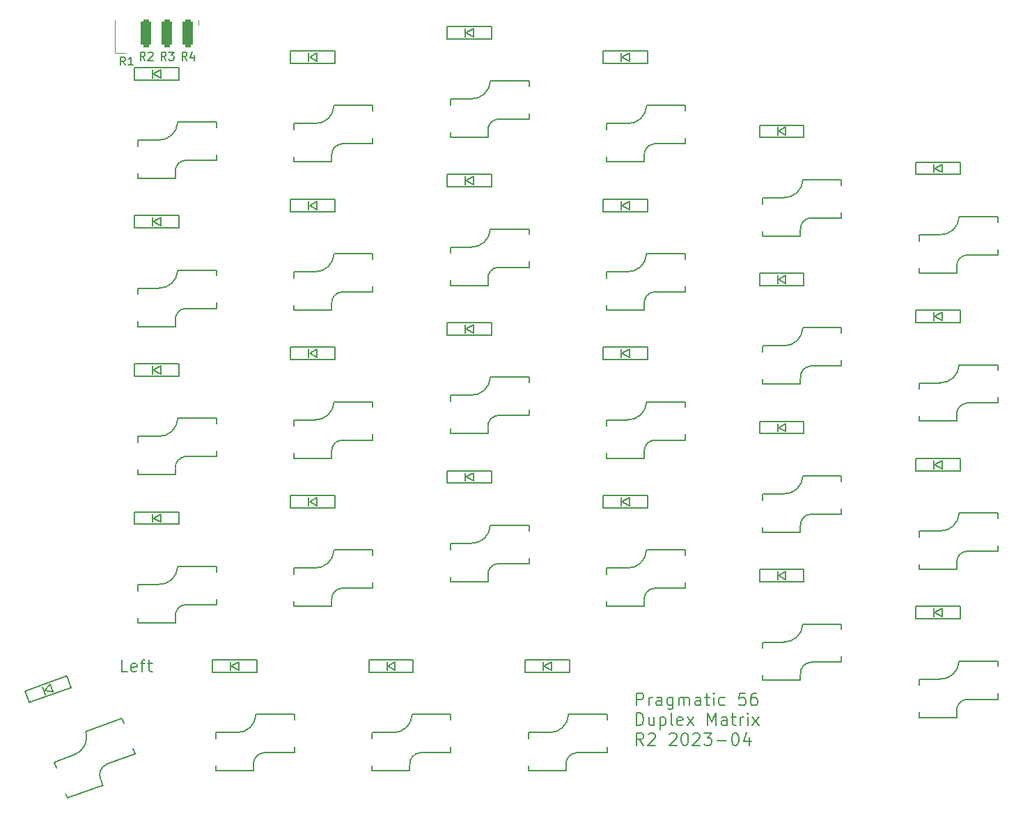
<source format=gto>
%TF.GenerationSoftware,KiCad,Pcbnew,7.0.1-0*%
%TF.CreationDate,2023-04-06T16:29:47+08:00*%
%TF.ProjectId,Input,496e7075-742e-46b6-9963-61645f706362,2*%
%TF.SameCoordinates,PX7bfa480PY6052340*%
%TF.FileFunction,Legend,Top*%
%TF.FilePolarity,Positive*%
%FSLAX46Y46*%
G04 Gerber Fmt 4.6, Leading zero omitted, Abs format (unit mm)*
G04 Created by KiCad (PCBNEW 7.0.1-0) date 2023-04-06 16:29:47*
%MOMM*%
%LPD*%
G01*
G04 APERTURE LIST*
G04 Aperture macros list*
%AMRoundRect*
0 Rectangle with rounded corners*
0 $1 Rounding radius*
0 $2 $3 $4 $5 $6 $7 $8 $9 X,Y pos of 4 corners*
0 Add a 4 corners polygon primitive as box body*
4,1,4,$2,$3,$4,$5,$6,$7,$8,$9,$2,$3,0*
0 Add four circle primitives for the rounded corners*
1,1,$1+$1,$2,$3*
1,1,$1+$1,$4,$5*
1,1,$1+$1,$6,$7*
1,1,$1+$1,$8,$9*
0 Add four rect primitives between the rounded corners*
20,1,$1+$1,$2,$3,$4,$5,0*
20,1,$1+$1,$4,$5,$6,$7,0*
20,1,$1+$1,$6,$7,$8,$9,0*
20,1,$1+$1,$8,$9,$2,$3,0*%
%AMRotRect*
0 Rectangle, with rotation*
0 The origin of the aperture is its center*
0 $1 length*
0 $2 width*
0 $3 Rotation angle, in degrees counterclockwise*
0 Add horizontal line*
21,1,$1,$2,0,0,$3*%
G04 Aperture macros list end*
%ADD10C,0.150000*%
%ADD11C,0.200000*%
%ADD12C,0.120000*%
%ADD13C,3.000000*%
%ADD14R,2.000000X2.600000*%
%ADD15C,3.200000*%
%ADD16R,1.400000X1.000000*%
%ADD17RotRect,1.400000X1.000000X20.000000*%
%ADD18R,1.270000X3.429000*%
%ADD19RoundRect,0.317500X-0.317500X-1.397000X0.317500X-1.397000X0.317500X1.397000X-0.317500X1.397000X0*%
%ADD20RotRect,2.000000X2.600000X200.000000*%
%ADD21C,1.700000*%
G04 APERTURE END LIST*
D10*
X-1388667Y42117381D02*
X-1722000Y42593572D01*
X-1960095Y42117381D02*
X-1960095Y43117381D01*
X-1960095Y43117381D02*
X-1579143Y43117381D01*
X-1579143Y43117381D02*
X-1483905Y43069762D01*
X-1483905Y43069762D02*
X-1436286Y43022143D01*
X-1436286Y43022143D02*
X-1388667Y42926905D01*
X-1388667Y42926905D02*
X-1388667Y42784048D01*
X-1388667Y42784048D02*
X-1436286Y42688810D01*
X-1436286Y42688810D02*
X-1483905Y42641191D01*
X-1483905Y42641191D02*
X-1579143Y42593572D01*
X-1579143Y42593572D02*
X-1960095Y42593572D01*
X-1007714Y43022143D02*
X-960095Y43069762D01*
X-960095Y43069762D02*
X-864857Y43117381D01*
X-864857Y43117381D02*
X-626762Y43117381D01*
X-626762Y43117381D02*
X-531524Y43069762D01*
X-531524Y43069762D02*
X-483905Y43022143D01*
X-483905Y43022143D02*
X-436286Y42926905D01*
X-436286Y42926905D02*
X-436286Y42831667D01*
X-436286Y42831667D02*
X-483905Y42688810D01*
X-483905Y42688810D02*
X-1055333Y42117381D01*
X-1055333Y42117381D02*
X-436286Y42117381D01*
X-3801667Y41537381D02*
X-4135000Y42013572D01*
X-4373095Y41537381D02*
X-4373095Y42537381D01*
X-4373095Y42537381D02*
X-3992143Y42537381D01*
X-3992143Y42537381D02*
X-3896905Y42489762D01*
X-3896905Y42489762D02*
X-3849286Y42442143D01*
X-3849286Y42442143D02*
X-3801667Y42346905D01*
X-3801667Y42346905D02*
X-3801667Y42204048D01*
X-3801667Y42204048D02*
X-3849286Y42108810D01*
X-3849286Y42108810D02*
X-3896905Y42061191D01*
X-3896905Y42061191D02*
X-3992143Y42013572D01*
X-3992143Y42013572D02*
X-4373095Y42013572D01*
X-2849286Y41537381D02*
X-3420714Y41537381D01*
X-3135000Y41537381D02*
X-3135000Y42537381D01*
X-3135000Y42537381D02*
X-3230238Y42394524D01*
X-3230238Y42394524D02*
X-3325476Y42299286D01*
X-3325476Y42299286D02*
X-3420714Y42251667D01*
D11*
X58357142Y-36263928D02*
X58357142Y-34763928D01*
X58357142Y-34763928D02*
X58928571Y-34763928D01*
X58928571Y-34763928D02*
X59071428Y-34835357D01*
X59071428Y-34835357D02*
X59142857Y-34906785D01*
X59142857Y-34906785D02*
X59214285Y-35049642D01*
X59214285Y-35049642D02*
X59214285Y-35263928D01*
X59214285Y-35263928D02*
X59142857Y-35406785D01*
X59142857Y-35406785D02*
X59071428Y-35478214D01*
X59071428Y-35478214D02*
X58928571Y-35549642D01*
X58928571Y-35549642D02*
X58357142Y-35549642D01*
X59857142Y-36263928D02*
X59857142Y-35263928D01*
X59857142Y-35549642D02*
X59928571Y-35406785D01*
X59928571Y-35406785D02*
X60000000Y-35335357D01*
X60000000Y-35335357D02*
X60142857Y-35263928D01*
X60142857Y-35263928D02*
X60285714Y-35263928D01*
X61428571Y-36263928D02*
X61428571Y-35478214D01*
X61428571Y-35478214D02*
X61357142Y-35335357D01*
X61357142Y-35335357D02*
X61214285Y-35263928D01*
X61214285Y-35263928D02*
X60928571Y-35263928D01*
X60928571Y-35263928D02*
X60785713Y-35335357D01*
X61428571Y-36192500D02*
X61285713Y-36263928D01*
X61285713Y-36263928D02*
X60928571Y-36263928D01*
X60928571Y-36263928D02*
X60785713Y-36192500D01*
X60785713Y-36192500D02*
X60714285Y-36049642D01*
X60714285Y-36049642D02*
X60714285Y-35906785D01*
X60714285Y-35906785D02*
X60785713Y-35763928D01*
X60785713Y-35763928D02*
X60928571Y-35692500D01*
X60928571Y-35692500D02*
X61285713Y-35692500D01*
X61285713Y-35692500D02*
X61428571Y-35621071D01*
X62785714Y-35263928D02*
X62785714Y-36478214D01*
X62785714Y-36478214D02*
X62714285Y-36621071D01*
X62714285Y-36621071D02*
X62642856Y-36692500D01*
X62642856Y-36692500D02*
X62499999Y-36763928D01*
X62499999Y-36763928D02*
X62285714Y-36763928D01*
X62285714Y-36763928D02*
X62142856Y-36692500D01*
X62785714Y-36192500D02*
X62642856Y-36263928D01*
X62642856Y-36263928D02*
X62357142Y-36263928D01*
X62357142Y-36263928D02*
X62214285Y-36192500D01*
X62214285Y-36192500D02*
X62142856Y-36121071D01*
X62142856Y-36121071D02*
X62071428Y-35978214D01*
X62071428Y-35978214D02*
X62071428Y-35549642D01*
X62071428Y-35549642D02*
X62142856Y-35406785D01*
X62142856Y-35406785D02*
X62214285Y-35335357D01*
X62214285Y-35335357D02*
X62357142Y-35263928D01*
X62357142Y-35263928D02*
X62642856Y-35263928D01*
X62642856Y-35263928D02*
X62785714Y-35335357D01*
X63499999Y-36263928D02*
X63499999Y-35263928D01*
X63499999Y-35406785D02*
X63571428Y-35335357D01*
X63571428Y-35335357D02*
X63714285Y-35263928D01*
X63714285Y-35263928D02*
X63928571Y-35263928D01*
X63928571Y-35263928D02*
X64071428Y-35335357D01*
X64071428Y-35335357D02*
X64142857Y-35478214D01*
X64142857Y-35478214D02*
X64142857Y-36263928D01*
X64142857Y-35478214D02*
X64214285Y-35335357D01*
X64214285Y-35335357D02*
X64357142Y-35263928D01*
X64357142Y-35263928D02*
X64571428Y-35263928D01*
X64571428Y-35263928D02*
X64714285Y-35335357D01*
X64714285Y-35335357D02*
X64785714Y-35478214D01*
X64785714Y-35478214D02*
X64785714Y-36263928D01*
X66142857Y-36263928D02*
X66142857Y-35478214D01*
X66142857Y-35478214D02*
X66071428Y-35335357D01*
X66071428Y-35335357D02*
X65928571Y-35263928D01*
X65928571Y-35263928D02*
X65642857Y-35263928D01*
X65642857Y-35263928D02*
X65499999Y-35335357D01*
X66142857Y-36192500D02*
X65999999Y-36263928D01*
X65999999Y-36263928D02*
X65642857Y-36263928D01*
X65642857Y-36263928D02*
X65499999Y-36192500D01*
X65499999Y-36192500D02*
X65428571Y-36049642D01*
X65428571Y-36049642D02*
X65428571Y-35906785D01*
X65428571Y-35906785D02*
X65499999Y-35763928D01*
X65499999Y-35763928D02*
X65642857Y-35692500D01*
X65642857Y-35692500D02*
X65999999Y-35692500D01*
X65999999Y-35692500D02*
X66142857Y-35621071D01*
X66642857Y-35263928D02*
X67214285Y-35263928D01*
X66857142Y-34763928D02*
X66857142Y-36049642D01*
X66857142Y-36049642D02*
X66928571Y-36192500D01*
X66928571Y-36192500D02*
X67071428Y-36263928D01*
X67071428Y-36263928D02*
X67214285Y-36263928D01*
X67714285Y-36263928D02*
X67714285Y-35263928D01*
X67714285Y-34763928D02*
X67642857Y-34835357D01*
X67642857Y-34835357D02*
X67714285Y-34906785D01*
X67714285Y-34906785D02*
X67785714Y-34835357D01*
X67785714Y-34835357D02*
X67714285Y-34763928D01*
X67714285Y-34763928D02*
X67714285Y-34906785D01*
X69071429Y-36192500D02*
X68928571Y-36263928D01*
X68928571Y-36263928D02*
X68642857Y-36263928D01*
X68642857Y-36263928D02*
X68500000Y-36192500D01*
X68500000Y-36192500D02*
X68428571Y-36121071D01*
X68428571Y-36121071D02*
X68357143Y-35978214D01*
X68357143Y-35978214D02*
X68357143Y-35549642D01*
X68357143Y-35549642D02*
X68428571Y-35406785D01*
X68428571Y-35406785D02*
X68500000Y-35335357D01*
X68500000Y-35335357D02*
X68642857Y-35263928D01*
X68642857Y-35263928D02*
X68928571Y-35263928D01*
X68928571Y-35263928D02*
X69071429Y-35335357D01*
X71571428Y-34763928D02*
X70857142Y-34763928D01*
X70857142Y-34763928D02*
X70785714Y-35478214D01*
X70785714Y-35478214D02*
X70857142Y-35406785D01*
X70857142Y-35406785D02*
X71000000Y-35335357D01*
X71000000Y-35335357D02*
X71357142Y-35335357D01*
X71357142Y-35335357D02*
X71500000Y-35406785D01*
X71500000Y-35406785D02*
X71571428Y-35478214D01*
X71571428Y-35478214D02*
X71642857Y-35621071D01*
X71642857Y-35621071D02*
X71642857Y-35978214D01*
X71642857Y-35978214D02*
X71571428Y-36121071D01*
X71571428Y-36121071D02*
X71500000Y-36192500D01*
X71500000Y-36192500D02*
X71357142Y-36263928D01*
X71357142Y-36263928D02*
X71000000Y-36263928D01*
X71000000Y-36263928D02*
X70857142Y-36192500D01*
X70857142Y-36192500D02*
X70785714Y-36121071D01*
X72928571Y-34763928D02*
X72642856Y-34763928D01*
X72642856Y-34763928D02*
X72499999Y-34835357D01*
X72499999Y-34835357D02*
X72428571Y-34906785D01*
X72428571Y-34906785D02*
X72285713Y-35121071D01*
X72285713Y-35121071D02*
X72214285Y-35406785D01*
X72214285Y-35406785D02*
X72214285Y-35978214D01*
X72214285Y-35978214D02*
X72285713Y-36121071D01*
X72285713Y-36121071D02*
X72357142Y-36192500D01*
X72357142Y-36192500D02*
X72499999Y-36263928D01*
X72499999Y-36263928D02*
X72785713Y-36263928D01*
X72785713Y-36263928D02*
X72928571Y-36192500D01*
X72928571Y-36192500D02*
X72999999Y-36121071D01*
X72999999Y-36121071D02*
X73071428Y-35978214D01*
X73071428Y-35978214D02*
X73071428Y-35621071D01*
X73071428Y-35621071D02*
X72999999Y-35478214D01*
X72999999Y-35478214D02*
X72928571Y-35406785D01*
X72928571Y-35406785D02*
X72785713Y-35335357D01*
X72785713Y-35335357D02*
X72499999Y-35335357D01*
X72499999Y-35335357D02*
X72357142Y-35406785D01*
X72357142Y-35406785D02*
X72285713Y-35478214D01*
X72285713Y-35478214D02*
X72214285Y-35621071D01*
X58357142Y-38693928D02*
X58357142Y-37193928D01*
X58357142Y-37193928D02*
X58714285Y-37193928D01*
X58714285Y-37193928D02*
X58928571Y-37265357D01*
X58928571Y-37265357D02*
X59071428Y-37408214D01*
X59071428Y-37408214D02*
X59142857Y-37551071D01*
X59142857Y-37551071D02*
X59214285Y-37836785D01*
X59214285Y-37836785D02*
X59214285Y-38051071D01*
X59214285Y-38051071D02*
X59142857Y-38336785D01*
X59142857Y-38336785D02*
X59071428Y-38479642D01*
X59071428Y-38479642D02*
X58928571Y-38622500D01*
X58928571Y-38622500D02*
X58714285Y-38693928D01*
X58714285Y-38693928D02*
X58357142Y-38693928D01*
X60500000Y-37693928D02*
X60500000Y-38693928D01*
X59857142Y-37693928D02*
X59857142Y-38479642D01*
X59857142Y-38479642D02*
X59928571Y-38622500D01*
X59928571Y-38622500D02*
X60071428Y-38693928D01*
X60071428Y-38693928D02*
X60285714Y-38693928D01*
X60285714Y-38693928D02*
X60428571Y-38622500D01*
X60428571Y-38622500D02*
X60500000Y-38551071D01*
X61214285Y-37693928D02*
X61214285Y-39193928D01*
X61214285Y-37765357D02*
X61357143Y-37693928D01*
X61357143Y-37693928D02*
X61642857Y-37693928D01*
X61642857Y-37693928D02*
X61785714Y-37765357D01*
X61785714Y-37765357D02*
X61857143Y-37836785D01*
X61857143Y-37836785D02*
X61928571Y-37979642D01*
X61928571Y-37979642D02*
X61928571Y-38408214D01*
X61928571Y-38408214D02*
X61857143Y-38551071D01*
X61857143Y-38551071D02*
X61785714Y-38622500D01*
X61785714Y-38622500D02*
X61642857Y-38693928D01*
X61642857Y-38693928D02*
X61357143Y-38693928D01*
X61357143Y-38693928D02*
X61214285Y-38622500D01*
X62785714Y-38693928D02*
X62642857Y-38622500D01*
X62642857Y-38622500D02*
X62571428Y-38479642D01*
X62571428Y-38479642D02*
X62571428Y-37193928D01*
X63928571Y-38622500D02*
X63785714Y-38693928D01*
X63785714Y-38693928D02*
X63500000Y-38693928D01*
X63500000Y-38693928D02*
X63357142Y-38622500D01*
X63357142Y-38622500D02*
X63285714Y-38479642D01*
X63285714Y-38479642D02*
X63285714Y-37908214D01*
X63285714Y-37908214D02*
X63357142Y-37765357D01*
X63357142Y-37765357D02*
X63500000Y-37693928D01*
X63500000Y-37693928D02*
X63785714Y-37693928D01*
X63785714Y-37693928D02*
X63928571Y-37765357D01*
X63928571Y-37765357D02*
X64000000Y-37908214D01*
X64000000Y-37908214D02*
X64000000Y-38051071D01*
X64000000Y-38051071D02*
X63285714Y-38193928D01*
X64499999Y-38693928D02*
X65285714Y-37693928D01*
X64499999Y-37693928D02*
X65285714Y-38693928D01*
X66999999Y-38693928D02*
X66999999Y-37193928D01*
X66999999Y-37193928D02*
X67499999Y-38265357D01*
X67499999Y-38265357D02*
X67999999Y-37193928D01*
X67999999Y-37193928D02*
X67999999Y-38693928D01*
X69357143Y-38693928D02*
X69357143Y-37908214D01*
X69357143Y-37908214D02*
X69285714Y-37765357D01*
X69285714Y-37765357D02*
X69142857Y-37693928D01*
X69142857Y-37693928D02*
X68857143Y-37693928D01*
X68857143Y-37693928D02*
X68714285Y-37765357D01*
X69357143Y-38622500D02*
X69214285Y-38693928D01*
X69214285Y-38693928D02*
X68857143Y-38693928D01*
X68857143Y-38693928D02*
X68714285Y-38622500D01*
X68714285Y-38622500D02*
X68642857Y-38479642D01*
X68642857Y-38479642D02*
X68642857Y-38336785D01*
X68642857Y-38336785D02*
X68714285Y-38193928D01*
X68714285Y-38193928D02*
X68857143Y-38122500D01*
X68857143Y-38122500D02*
X69214285Y-38122500D01*
X69214285Y-38122500D02*
X69357143Y-38051071D01*
X69857143Y-37693928D02*
X70428571Y-37693928D01*
X70071428Y-37193928D02*
X70071428Y-38479642D01*
X70071428Y-38479642D02*
X70142857Y-38622500D01*
X70142857Y-38622500D02*
X70285714Y-38693928D01*
X70285714Y-38693928D02*
X70428571Y-38693928D01*
X70928571Y-38693928D02*
X70928571Y-37693928D01*
X70928571Y-37979642D02*
X71000000Y-37836785D01*
X71000000Y-37836785D02*
X71071429Y-37765357D01*
X71071429Y-37765357D02*
X71214286Y-37693928D01*
X71214286Y-37693928D02*
X71357143Y-37693928D01*
X71857142Y-38693928D02*
X71857142Y-37693928D01*
X71857142Y-37193928D02*
X71785714Y-37265357D01*
X71785714Y-37265357D02*
X71857142Y-37336785D01*
X71857142Y-37336785D02*
X71928571Y-37265357D01*
X71928571Y-37265357D02*
X71857142Y-37193928D01*
X71857142Y-37193928D02*
X71857142Y-37336785D01*
X72428571Y-38693928D02*
X73214286Y-37693928D01*
X72428571Y-37693928D02*
X73214286Y-38693928D01*
X59214285Y-41123928D02*
X58714285Y-40409642D01*
X58357142Y-41123928D02*
X58357142Y-39623928D01*
X58357142Y-39623928D02*
X58928571Y-39623928D01*
X58928571Y-39623928D02*
X59071428Y-39695357D01*
X59071428Y-39695357D02*
X59142857Y-39766785D01*
X59142857Y-39766785D02*
X59214285Y-39909642D01*
X59214285Y-39909642D02*
X59214285Y-40123928D01*
X59214285Y-40123928D02*
X59142857Y-40266785D01*
X59142857Y-40266785D02*
X59071428Y-40338214D01*
X59071428Y-40338214D02*
X58928571Y-40409642D01*
X58928571Y-40409642D02*
X58357142Y-40409642D01*
X59785714Y-39766785D02*
X59857142Y-39695357D01*
X59857142Y-39695357D02*
X60000000Y-39623928D01*
X60000000Y-39623928D02*
X60357142Y-39623928D01*
X60357142Y-39623928D02*
X60500000Y-39695357D01*
X60500000Y-39695357D02*
X60571428Y-39766785D01*
X60571428Y-39766785D02*
X60642857Y-39909642D01*
X60642857Y-39909642D02*
X60642857Y-40052500D01*
X60642857Y-40052500D02*
X60571428Y-40266785D01*
X60571428Y-40266785D02*
X59714285Y-41123928D01*
X59714285Y-41123928D02*
X60642857Y-41123928D01*
X62357142Y-39766785D02*
X62428570Y-39695357D01*
X62428570Y-39695357D02*
X62571428Y-39623928D01*
X62571428Y-39623928D02*
X62928570Y-39623928D01*
X62928570Y-39623928D02*
X63071428Y-39695357D01*
X63071428Y-39695357D02*
X63142856Y-39766785D01*
X63142856Y-39766785D02*
X63214285Y-39909642D01*
X63214285Y-39909642D02*
X63214285Y-40052500D01*
X63214285Y-40052500D02*
X63142856Y-40266785D01*
X63142856Y-40266785D02*
X62285713Y-41123928D01*
X62285713Y-41123928D02*
X63214285Y-41123928D01*
X64142856Y-39623928D02*
X64285713Y-39623928D01*
X64285713Y-39623928D02*
X64428570Y-39695357D01*
X64428570Y-39695357D02*
X64499999Y-39766785D01*
X64499999Y-39766785D02*
X64571427Y-39909642D01*
X64571427Y-39909642D02*
X64642856Y-40195357D01*
X64642856Y-40195357D02*
X64642856Y-40552500D01*
X64642856Y-40552500D02*
X64571427Y-40838214D01*
X64571427Y-40838214D02*
X64499999Y-40981071D01*
X64499999Y-40981071D02*
X64428570Y-41052500D01*
X64428570Y-41052500D02*
X64285713Y-41123928D01*
X64285713Y-41123928D02*
X64142856Y-41123928D01*
X64142856Y-41123928D02*
X63999999Y-41052500D01*
X63999999Y-41052500D02*
X63928570Y-40981071D01*
X63928570Y-40981071D02*
X63857141Y-40838214D01*
X63857141Y-40838214D02*
X63785713Y-40552500D01*
X63785713Y-40552500D02*
X63785713Y-40195357D01*
X63785713Y-40195357D02*
X63857141Y-39909642D01*
X63857141Y-39909642D02*
X63928570Y-39766785D01*
X63928570Y-39766785D02*
X63999999Y-39695357D01*
X63999999Y-39695357D02*
X64142856Y-39623928D01*
X65214284Y-39766785D02*
X65285712Y-39695357D01*
X65285712Y-39695357D02*
X65428570Y-39623928D01*
X65428570Y-39623928D02*
X65785712Y-39623928D01*
X65785712Y-39623928D02*
X65928570Y-39695357D01*
X65928570Y-39695357D02*
X65999998Y-39766785D01*
X65999998Y-39766785D02*
X66071427Y-39909642D01*
X66071427Y-39909642D02*
X66071427Y-40052500D01*
X66071427Y-40052500D02*
X65999998Y-40266785D01*
X65999998Y-40266785D02*
X65142855Y-41123928D01*
X65142855Y-41123928D02*
X66071427Y-41123928D01*
X66571426Y-39623928D02*
X67499998Y-39623928D01*
X67499998Y-39623928D02*
X66999998Y-40195357D01*
X66999998Y-40195357D02*
X67214283Y-40195357D01*
X67214283Y-40195357D02*
X67357141Y-40266785D01*
X67357141Y-40266785D02*
X67428569Y-40338214D01*
X67428569Y-40338214D02*
X67499998Y-40481071D01*
X67499998Y-40481071D02*
X67499998Y-40838214D01*
X67499998Y-40838214D02*
X67428569Y-40981071D01*
X67428569Y-40981071D02*
X67357141Y-41052500D01*
X67357141Y-41052500D02*
X67214283Y-41123928D01*
X67214283Y-41123928D02*
X66785712Y-41123928D01*
X66785712Y-41123928D02*
X66642855Y-41052500D01*
X66642855Y-41052500D02*
X66571426Y-40981071D01*
X68142854Y-40552500D02*
X69285712Y-40552500D01*
X70285712Y-39623928D02*
X70428569Y-39623928D01*
X70428569Y-39623928D02*
X70571426Y-39695357D01*
X70571426Y-39695357D02*
X70642855Y-39766785D01*
X70642855Y-39766785D02*
X70714283Y-39909642D01*
X70714283Y-39909642D02*
X70785712Y-40195357D01*
X70785712Y-40195357D02*
X70785712Y-40552500D01*
X70785712Y-40552500D02*
X70714283Y-40838214D01*
X70714283Y-40838214D02*
X70642855Y-40981071D01*
X70642855Y-40981071D02*
X70571426Y-41052500D01*
X70571426Y-41052500D02*
X70428569Y-41123928D01*
X70428569Y-41123928D02*
X70285712Y-41123928D01*
X70285712Y-41123928D02*
X70142855Y-41052500D01*
X70142855Y-41052500D02*
X70071426Y-40981071D01*
X70071426Y-40981071D02*
X69999997Y-40838214D01*
X69999997Y-40838214D02*
X69928569Y-40552500D01*
X69928569Y-40552500D02*
X69928569Y-40195357D01*
X69928569Y-40195357D02*
X69999997Y-39909642D01*
X69999997Y-39909642D02*
X70071426Y-39766785D01*
X70071426Y-39766785D02*
X70142855Y-39695357D01*
X70142855Y-39695357D02*
X70285712Y-39623928D01*
X72071426Y-40123928D02*
X72071426Y-41123928D01*
X71714283Y-39552500D02*
X71357140Y-40623928D01*
X71357140Y-40623928D02*
X72285711Y-40623928D01*
D10*
X3691333Y42117381D02*
X3358000Y42593572D01*
X3119905Y42117381D02*
X3119905Y43117381D01*
X3119905Y43117381D02*
X3500857Y43117381D01*
X3500857Y43117381D02*
X3596095Y43069762D01*
X3596095Y43069762D02*
X3643714Y43022143D01*
X3643714Y43022143D02*
X3691333Y42926905D01*
X3691333Y42926905D02*
X3691333Y42784048D01*
X3691333Y42784048D02*
X3643714Y42688810D01*
X3643714Y42688810D02*
X3596095Y42641191D01*
X3596095Y42641191D02*
X3500857Y42593572D01*
X3500857Y42593572D02*
X3119905Y42593572D01*
X4548476Y42784048D02*
X4548476Y42117381D01*
X4310381Y43165000D02*
X4072286Y42450715D01*
X4072286Y42450715D02*
X4691333Y42450715D01*
X1151333Y42117381D02*
X818000Y42593572D01*
X579905Y42117381D02*
X579905Y43117381D01*
X579905Y43117381D02*
X960857Y43117381D01*
X960857Y43117381D02*
X1056095Y43069762D01*
X1056095Y43069762D02*
X1103714Y43022143D01*
X1103714Y43022143D02*
X1151333Y42926905D01*
X1151333Y42926905D02*
X1151333Y42784048D01*
X1151333Y42784048D02*
X1103714Y42688810D01*
X1103714Y42688810D02*
X1056095Y42641191D01*
X1056095Y42641191D02*
X960857Y42593572D01*
X960857Y42593572D02*
X579905Y42593572D01*
X1484667Y43117381D02*
X2103714Y43117381D01*
X2103714Y43117381D02*
X1770381Y42736429D01*
X1770381Y42736429D02*
X1913238Y42736429D01*
X1913238Y42736429D02*
X2008476Y42688810D01*
X2008476Y42688810D02*
X2056095Y42641191D01*
X2056095Y42641191D02*
X2103714Y42545953D01*
X2103714Y42545953D02*
X2103714Y42307858D01*
X2103714Y42307858D02*
X2056095Y42212620D01*
X2056095Y42212620D02*
X2008476Y42165000D01*
X2008476Y42165000D02*
X1913238Y42117381D01*
X1913238Y42117381D02*
X1627524Y42117381D01*
X1627524Y42117381D02*
X1532286Y42165000D01*
X1532286Y42165000D02*
X1484667Y42212620D01*
D11*
X-3535715Y-32193928D02*
X-4250001Y-32193928D01*
X-4250001Y-32193928D02*
X-4250001Y-30693928D01*
X-2464286Y-32122500D02*
X-2607143Y-32193928D01*
X-2607143Y-32193928D02*
X-2892857Y-32193928D01*
X-2892857Y-32193928D02*
X-3035715Y-32122500D01*
X-3035715Y-32122500D02*
X-3107143Y-31979642D01*
X-3107143Y-31979642D02*
X-3107143Y-31408214D01*
X-3107143Y-31408214D02*
X-3035715Y-31265357D01*
X-3035715Y-31265357D02*
X-2892857Y-31193928D01*
X-2892857Y-31193928D02*
X-2607143Y-31193928D01*
X-2607143Y-31193928D02*
X-2464286Y-31265357D01*
X-2464286Y-31265357D02*
X-2392857Y-31408214D01*
X-2392857Y-31408214D02*
X-2392857Y-31551071D01*
X-2392857Y-31551071D02*
X-3107143Y-31693928D01*
X-1964286Y-31193928D02*
X-1392858Y-31193928D01*
X-1750001Y-32193928D02*
X-1750001Y-30908214D01*
X-1750001Y-30908214D02*
X-1678572Y-30765357D01*
X-1678572Y-30765357D02*
X-1535715Y-30693928D01*
X-1535715Y-30693928D02*
X-1392858Y-30693928D01*
X-1107143Y-31193928D02*
X-535715Y-31193928D01*
X-892858Y-30693928D02*
X-892858Y-31979642D01*
X-892858Y-31979642D02*
X-821429Y-32122500D01*
X-821429Y-32122500D02*
X-678572Y-32193928D01*
X-678572Y-32193928D02*
X-535715Y-32193928D01*
D10*
%TO.C,SW17*%
X16700000Y16400000D02*
X16700000Y15682000D01*
X16700000Y15682000D02*
X16700000Y15682000D01*
X16700000Y12380000D02*
X16700000Y11800000D01*
X16725000Y16425000D02*
X19275000Y16425000D01*
X16725000Y11775000D02*
X21275000Y11775000D01*
X21280000Y12500000D02*
X21280000Y11800000D01*
X21575000Y18625000D02*
X26275000Y18625000D01*
X22500000Y13975000D02*
X26275000Y13975000D01*
X26275000Y18625000D02*
X26275000Y17968000D01*
X26275000Y14666000D02*
X26275000Y13975000D01*
X22500000Y13970000D02*
G75*
G03*
X21280000Y12550000I100000J-1320000D01*
G01*
X19200000Y16430001D02*
G75*
G03*
X21569999Y18600000I100000J2269999D01*
G01*
%TO.C,SW29*%
X16700000Y-1600000D02*
X16700000Y-2318000D01*
X16700000Y-2318000D02*
X16700000Y-2318000D01*
X16700000Y-5620000D02*
X16700000Y-6200000D01*
X16725000Y-1575000D02*
X19275000Y-1575000D01*
X16725000Y-6225000D02*
X21275000Y-6225000D01*
X21280000Y-5500000D02*
X21280000Y-6200000D01*
X21575000Y625000D02*
X26275000Y625000D01*
X22500000Y-4025000D02*
X26275000Y-4025000D01*
X26275000Y625000D02*
X26275000Y-32000D01*
X26275000Y-3334000D02*
X26275000Y-4025000D01*
X22500000Y-4030000D02*
G75*
G03*
X21280000Y-5450000I100000J-1320000D01*
G01*
X19200000Y-1569999D02*
G75*
G03*
X21569999Y600000I100000J2269999D01*
G01*
%TO.C,SW51*%
X45200000Y-39600000D02*
X45200000Y-40318000D01*
X45200000Y-40318000D02*
X45200000Y-40318000D01*
X45200000Y-43620000D02*
X45200000Y-44200000D01*
X45225000Y-39575000D02*
X47775000Y-39575000D01*
X45225000Y-44225000D02*
X49775000Y-44225000D01*
X49780000Y-43500000D02*
X49780000Y-44200000D01*
X50075000Y-37375000D02*
X54775000Y-37375000D01*
X51000000Y-42025000D02*
X54775000Y-42025000D01*
X54775000Y-37375000D02*
X54775000Y-38032000D01*
X54775000Y-41334000D02*
X54775000Y-42025000D01*
X51000000Y-42030000D02*
G75*
G03*
X49780000Y-43450000I100000J-1320000D01*
G01*
X47700000Y-39569999D02*
G75*
G03*
X50069999Y-37400000I100000J2269999D01*
G01*
%TO.C,D27*%
X54300000Y7250000D02*
X54300000Y5750000D01*
X54300000Y5750000D02*
X59700000Y5750000D01*
X56500000Y7000000D02*
X56500000Y6000000D01*
X56600000Y6500000D02*
X57500000Y7000000D01*
X57500000Y7000000D02*
X57500000Y6000000D01*
X57500000Y6000000D02*
X56600000Y6500000D01*
X59700000Y7250000D02*
X54300000Y7250000D01*
X59700000Y7250000D02*
X59700000Y5750000D01*
%TO.C,D18*%
X-2700000Y23250000D02*
X-2700000Y21750000D01*
X-2700000Y21750000D02*
X2700000Y21750000D01*
X-500000Y23000000D02*
X-500000Y22000000D01*
X-400000Y22500000D02*
X500000Y23000000D01*
X500000Y23000000D02*
X500000Y22000000D01*
X500000Y22000000D02*
X-400000Y22500000D01*
X2700000Y23250000D02*
X-2700000Y23250000D01*
X2700000Y23250000D02*
X2700000Y21750000D01*
%TO.C,SW15*%
X54700000Y16400000D02*
X54700000Y15682000D01*
X54700000Y15682000D02*
X54700000Y15682000D01*
X54700000Y12380000D02*
X54700000Y11800000D01*
X54725000Y16425000D02*
X57275000Y16425000D01*
X54725000Y11775000D02*
X59275000Y11775000D01*
X59280000Y12500000D02*
X59280000Y11800000D01*
X59575000Y18625000D02*
X64275000Y18625000D01*
X60500000Y13975000D02*
X64275000Y13975000D01*
X64275000Y18625000D02*
X64275000Y17968000D01*
X64275000Y14666000D02*
X64275000Y13975000D01*
X60500000Y13970000D02*
G75*
G03*
X59280000Y12550000I100000J-1320000D01*
G01*
X57200000Y16430001D02*
G75*
G03*
X59569999Y18600000I100000J2269999D01*
G01*
%TO.C,D15*%
X54300000Y25250000D02*
X54300000Y23750000D01*
X54300000Y23750000D02*
X59700000Y23750000D01*
X56500000Y25000000D02*
X56500000Y24000000D01*
X56600000Y24500000D02*
X57500000Y25000000D01*
X57500000Y25000000D02*
X57500000Y24000000D01*
X57500000Y24000000D02*
X56600000Y24500000D01*
X59700000Y25250000D02*
X54300000Y25250000D01*
X59700000Y25250000D02*
X59700000Y23750000D01*
%TO.C,D1*%
X92300000Y29750000D02*
X92300000Y28250000D01*
X92300000Y28250000D02*
X97700000Y28250000D01*
X94500000Y29500000D02*
X94500000Y28500000D01*
X94600000Y29000000D02*
X95500000Y29500000D01*
X95500000Y29500000D02*
X95500000Y28500000D01*
X95500000Y28500000D02*
X94600000Y29000000D01*
X97700000Y29750000D02*
X92300000Y29750000D01*
X97700000Y29750000D02*
X97700000Y28250000D01*
%TO.C,D37*%
X92300000Y-24250000D02*
X92300000Y-25750000D01*
X92300000Y-25750000D02*
X97700000Y-25750000D01*
X94500000Y-24500000D02*
X94500000Y-25500000D01*
X94600000Y-25000000D02*
X95500000Y-24500000D01*
X95500000Y-24500000D02*
X95500000Y-25500000D01*
X95500000Y-25500000D02*
X94600000Y-25000000D01*
X97700000Y-24250000D02*
X92300000Y-24250000D01*
X97700000Y-24250000D02*
X97700000Y-25750000D01*
%TO.C,D52*%
X25800000Y-30750000D02*
X25800000Y-32250000D01*
X25800000Y-32250000D02*
X31200000Y-32250000D01*
X28000000Y-31000000D02*
X28000000Y-32000000D01*
X28100000Y-31500000D02*
X29000000Y-31000000D01*
X29000000Y-31000000D02*
X29000000Y-32000000D01*
X29000000Y-32000000D02*
X28100000Y-31500000D01*
X31200000Y-30750000D02*
X25800000Y-30750000D01*
X31200000Y-30750000D02*
X31200000Y-32250000D01*
%TO.C,D2*%
X73300000Y34250000D02*
X73300000Y32750000D01*
X73300000Y32750000D02*
X78700000Y32750000D01*
X75500000Y34000000D02*
X75500000Y33000000D01*
X75600000Y33500000D02*
X76500000Y34000000D01*
X76500000Y34000000D02*
X76500000Y33000000D01*
X76500000Y33000000D02*
X75600000Y33500000D01*
X78700000Y34250000D02*
X73300000Y34250000D01*
X78700000Y34250000D02*
X78700000Y32750000D01*
%TO.C,SW3*%
X54700000Y34400000D02*
X54700000Y33682000D01*
X54700000Y33682000D02*
X54700000Y33682000D01*
X54700000Y30380000D02*
X54700000Y29800000D01*
X54725000Y34425000D02*
X57275000Y34425000D01*
X54725000Y29775000D02*
X59275000Y29775000D01*
X59280000Y30500000D02*
X59280000Y29800000D01*
X59575000Y36625000D02*
X64275000Y36625000D01*
X60500000Y31975000D02*
X64275000Y31975000D01*
X64275000Y36625000D02*
X64275000Y35968000D01*
X64275000Y32666000D02*
X64275000Y31975000D01*
X60500000Y31970000D02*
G75*
G03*
X59280000Y30550000I100000J-1320000D01*
G01*
X57200000Y34430001D02*
G75*
G03*
X59569999Y36600000I100000J2269999D01*
G01*
%TO.C,D16*%
X35300000Y28250000D02*
X35300000Y26750000D01*
X35300000Y26750000D02*
X40700000Y26750000D01*
X37500000Y28000000D02*
X37500000Y27000000D01*
X37600000Y27500000D02*
X38500000Y28000000D01*
X38500000Y28000000D02*
X38500000Y27000000D01*
X38500000Y27000000D02*
X37600000Y27500000D01*
X40700000Y28250000D02*
X35300000Y28250000D01*
X40700000Y28250000D02*
X40700000Y26750000D01*
%TO.C,SW4*%
X35700000Y37399997D02*
X35700000Y36681997D01*
X35700000Y36681997D02*
X35700000Y36681997D01*
X35700000Y33379997D02*
X35700000Y32799997D01*
X35725000Y37424997D02*
X38275000Y37424997D01*
X35725000Y32774997D02*
X40275000Y32774997D01*
X40280000Y33499997D02*
X40280000Y32799997D01*
X40575000Y39624997D02*
X45275000Y39624997D01*
X41500000Y34974997D02*
X45275000Y34974997D01*
X45275000Y39624997D02*
X45275000Y38967997D01*
X45275000Y35665997D02*
X45275000Y34974997D01*
X41500000Y34969997D02*
G75*
G03*
X40280000Y33549997I100000J-1320000D01*
G01*
X38200000Y37429998D02*
G75*
G03*
X40569999Y39599997I100000J2269999D01*
G01*
%TO.C,SW26*%
X73700000Y-10600000D02*
X73700000Y-11318000D01*
X73700000Y-11318000D02*
X73700000Y-11318000D01*
X73700000Y-14620000D02*
X73700000Y-15200000D01*
X73725000Y-10575000D02*
X76275000Y-10575000D01*
X73725000Y-15225000D02*
X78275000Y-15225000D01*
X78280000Y-14500000D02*
X78280000Y-15200000D01*
X78575000Y-8375000D02*
X83275000Y-8375000D01*
X79500000Y-13025000D02*
X83275000Y-13025000D01*
X83275000Y-8375000D02*
X83275000Y-9032000D01*
X83275000Y-12334000D02*
X83275000Y-13025000D01*
X79500000Y-13030000D02*
G75*
G03*
X78280000Y-14450000I100000J-1320000D01*
G01*
X76200000Y-10569999D02*
G75*
G03*
X78569999Y-8400000I100000J2269999D01*
G01*
%TO.C,D4*%
X35300000Y46250000D02*
X35300000Y44750000D01*
X35300000Y44750000D02*
X40700000Y44750000D01*
X37500000Y46000000D02*
X37500000Y45000000D01*
X37600000Y45500000D02*
X38500000Y46000000D01*
X38500000Y46000000D02*
X38500000Y45000000D01*
X38500000Y45000000D02*
X37600000Y45500000D01*
X40700000Y46250000D02*
X35300000Y46250000D01*
X40700000Y46250000D02*
X40700000Y44750000D01*
%TO.C,D3*%
X54300000Y43250000D02*
X54300000Y41750000D01*
X54300000Y41750000D02*
X59700000Y41750000D01*
X56500000Y43000000D02*
X56500000Y42000000D01*
X56600000Y42500000D02*
X57500000Y43000000D01*
X57500000Y43000000D02*
X57500000Y42000000D01*
X57500000Y42000000D02*
X56600000Y42500000D01*
X59700000Y43250000D02*
X54300000Y43250000D01*
X59700000Y43250000D02*
X59700000Y41750000D01*
%TO.C,SW38*%
X73700000Y-28600000D02*
X73700000Y-29318000D01*
X73700000Y-29318000D02*
X73700000Y-29318000D01*
X73700000Y-32620000D02*
X73700000Y-33200000D01*
X73725000Y-28575000D02*
X76275000Y-28575000D01*
X73725000Y-33225000D02*
X78275000Y-33225000D01*
X78280000Y-32500000D02*
X78280000Y-33200000D01*
X78575000Y-26375000D02*
X83275000Y-26375000D01*
X79500000Y-31025000D02*
X83275000Y-31025000D01*
X83275000Y-26375000D02*
X83275000Y-27032000D01*
X83275000Y-30334000D02*
X83275000Y-31025000D01*
X79500000Y-31030000D02*
G75*
G03*
X78280000Y-32450000I100000J-1320000D01*
G01*
X76200000Y-28569999D02*
G75*
G03*
X78569999Y-26400000I100000J2269999D01*
G01*
%TO.C,D54*%
X-16003790Y-34520222D02*
X-15490760Y-35929761D01*
X-15490760Y-35929761D02*
X-10416420Y-34082852D01*
X-13850961Y-34002701D02*
X-13508941Y-34942393D01*
X-13585982Y-34438345D02*
X-12911269Y-33660681D01*
X-12911269Y-33660681D02*
X-12569249Y-34600373D01*
X-12569249Y-34600373D02*
X-13585982Y-34438345D01*
X-10929450Y-32673313D02*
X-16003790Y-34520222D01*
X-10929450Y-32673313D02*
X-10416420Y-34082852D01*
%TO.C,SW27*%
X54700000Y-1600000D02*
X54700000Y-2318000D01*
X54700000Y-2318000D02*
X54700000Y-2318000D01*
X54700000Y-5620000D02*
X54700000Y-6200000D01*
X54725000Y-1575000D02*
X57275000Y-1575000D01*
X54725000Y-6225000D02*
X59275000Y-6225000D01*
X59280000Y-5500000D02*
X59280000Y-6200000D01*
X59575000Y625000D02*
X64275000Y625000D01*
X60500000Y-4025000D02*
X64275000Y-4025000D01*
X64275000Y625000D02*
X64275000Y-32000D01*
X64275000Y-3334000D02*
X64275000Y-4025000D01*
X60500000Y-4030000D02*
G75*
G03*
X59280000Y-5450000I100000J-1320000D01*
G01*
X57200000Y-1569999D02*
G75*
G03*
X59569999Y600000I100000J2269999D01*
G01*
%TO.C,D53*%
X6800000Y-30750000D02*
X6800000Y-32250000D01*
X6800000Y-32250000D02*
X12200000Y-32250000D01*
X9000000Y-31000000D02*
X9000000Y-32000000D01*
X9100000Y-31500000D02*
X10000000Y-31000000D01*
X10000000Y-31000000D02*
X10000000Y-32000000D01*
X10000000Y-32000000D02*
X9100000Y-31500000D01*
X12200000Y-30750000D02*
X6800000Y-30750000D01*
X12200000Y-30750000D02*
X12200000Y-32250000D01*
%TO.C,D39*%
X54300000Y-10750000D02*
X54300000Y-12250000D01*
X54300000Y-12250000D02*
X59700000Y-12250000D01*
X56500000Y-11000000D02*
X56500000Y-12000000D01*
X56600000Y-11500000D02*
X57500000Y-11000000D01*
X57500000Y-11000000D02*
X57500000Y-12000000D01*
X57500000Y-12000000D02*
X56600000Y-11500000D01*
X59700000Y-10750000D02*
X54300000Y-10750000D01*
X59700000Y-10750000D02*
X59700000Y-12250000D01*
%TO.C,SW52*%
X26200000Y-39600000D02*
X26200000Y-40318000D01*
X26200000Y-40318000D02*
X26200000Y-40318000D01*
X26200000Y-43620000D02*
X26200000Y-44200000D01*
X26225000Y-39575000D02*
X28775000Y-39575000D01*
X26225000Y-44225000D02*
X30775000Y-44225000D01*
X30780000Y-43500000D02*
X30780000Y-44200000D01*
X31075000Y-37375000D02*
X35775000Y-37375000D01*
X32000000Y-42025000D02*
X35775000Y-42025000D01*
X35775000Y-37375000D02*
X35775000Y-38032000D01*
X35775000Y-41334000D02*
X35775000Y-42025000D01*
X32000000Y-42030000D02*
G75*
G03*
X30780000Y-43450000I100000J-1320000D01*
G01*
X28700000Y-39569999D02*
G75*
G03*
X31069999Y-37400000I100000J2269999D01*
G01*
%TO.C,D42*%
X-2700000Y-12750000D02*
X-2700000Y-14250000D01*
X-2700000Y-14250000D02*
X2700000Y-14250000D01*
X-500000Y-13000000D02*
X-500000Y-14000000D01*
X-400000Y-13500000D02*
X500000Y-13000000D01*
X500000Y-13000000D02*
X500000Y-14000000D01*
X500000Y-14000000D02*
X-400000Y-13500000D01*
X2700000Y-12750000D02*
X-2700000Y-12750000D01*
X2700000Y-12750000D02*
X2700000Y-14250000D01*
%TO.C,D30*%
X-2700000Y5250000D02*
X-2700000Y3750000D01*
X-2700000Y3750000D02*
X2700000Y3750000D01*
X-500000Y5000000D02*
X-500000Y4000000D01*
X-400000Y4500000D02*
X500000Y5000000D01*
X500000Y5000000D02*
X500000Y4000000D01*
X500000Y4000000D02*
X-400000Y4500000D01*
X2700000Y5250000D02*
X-2700000Y5250000D01*
X2700000Y5250000D02*
X2700000Y3750000D01*
%TO.C,SW13*%
X92700000Y2900000D02*
X92700000Y2182000D01*
X92700000Y2182000D02*
X92700000Y2182000D01*
X92700000Y-1120000D02*
X92700000Y-1700000D01*
X92725000Y2925000D02*
X95275000Y2925000D01*
X92725000Y-1725000D02*
X97275000Y-1725000D01*
X97280000Y-1000000D02*
X97280000Y-1700000D01*
X97575000Y5125000D02*
X102275000Y5125000D01*
X98500000Y475000D02*
X102275000Y475000D01*
X102275000Y5125000D02*
X102275000Y4468000D01*
X102275000Y1166000D02*
X102275000Y475000D01*
X98500000Y470000D02*
G75*
G03*
X97280000Y-950000I100000J-1320000D01*
G01*
X95200000Y2930001D02*
G75*
G03*
X97569999Y5100000I100000J2269999D01*
G01*
%TO.C,D28*%
X35300000Y10250000D02*
X35300000Y8750000D01*
X35300000Y8750000D02*
X40700000Y8750000D01*
X37500000Y10000000D02*
X37500000Y9000000D01*
X37600000Y9500000D02*
X38500000Y10000000D01*
X38500000Y10000000D02*
X38500000Y9000000D01*
X38500000Y9000000D02*
X37600000Y9500000D01*
X40700000Y10250000D02*
X35300000Y10250000D01*
X40700000Y10250000D02*
X40700000Y8750000D01*
%TO.C,D6*%
X-2700000Y41250000D02*
X-2700000Y39750000D01*
X-2700000Y39750000D02*
X2700000Y39750000D01*
X-500000Y41000000D02*
X-500000Y40000000D01*
X-400000Y40500000D02*
X500000Y41000000D01*
X500000Y41000000D02*
X500000Y40000000D01*
X500000Y40000000D02*
X-400000Y40500000D01*
X2700000Y41250000D02*
X-2700000Y41250000D01*
X2700000Y41250000D02*
X2700000Y39750000D01*
%TO.C,SW5*%
X16700000Y34400002D02*
X16700000Y33682002D01*
X16700000Y33682002D02*
X16700000Y33682002D01*
X16700000Y30380002D02*
X16700000Y29800002D01*
X16725000Y34425002D02*
X19275000Y34425002D01*
X16725000Y29775002D02*
X21275000Y29775002D01*
X21280000Y30500002D02*
X21280000Y29800002D01*
X21575000Y36625002D02*
X26275000Y36625002D01*
X22500000Y31975002D02*
X26275000Y31975002D01*
X26275000Y36625002D02*
X26275000Y35968002D01*
X26275000Y32666002D02*
X26275000Y31975002D01*
X22500000Y31970002D02*
G75*
G03*
X21280000Y30550002I100000J-1320000D01*
G01*
X19200000Y34430003D02*
G75*
G03*
X21569999Y36600002I100000J2269999D01*
G01*
%TO.C,SW28*%
X35700000Y1400000D02*
X35700000Y682000D01*
X35700000Y682000D02*
X35700000Y682000D01*
X35700000Y-2620000D02*
X35700000Y-3200000D01*
X35725000Y1425000D02*
X38275000Y1425000D01*
X35725000Y-3225000D02*
X40275000Y-3225000D01*
X40280000Y-2500000D02*
X40280000Y-3200000D01*
X40575000Y3625000D02*
X45275000Y3625000D01*
X41500000Y-1025000D02*
X45275000Y-1025000D01*
X45275000Y3625000D02*
X45275000Y2968000D01*
X45275000Y-334000D02*
X45275000Y-1025000D01*
X41500000Y-1030000D02*
G75*
G03*
X40280000Y-2450000I100000J-1320000D01*
G01*
X38200000Y1430001D02*
G75*
G03*
X40569999Y3600000I100000J2269999D01*
G01*
%TO.C,SW1*%
X92700000Y20900000D02*
X92700000Y20182000D01*
X92700000Y20182000D02*
X92700000Y20182000D01*
X92700000Y16880000D02*
X92700000Y16300000D01*
X92725000Y20925000D02*
X95275000Y20925000D01*
X92725000Y16275000D02*
X97275000Y16275000D01*
X97280000Y17000000D02*
X97280000Y16300000D01*
X97575000Y23125000D02*
X102275000Y23125000D01*
X98500000Y18475000D02*
X102275000Y18475000D01*
X102275000Y23125000D02*
X102275000Y22468000D01*
X102275000Y19166000D02*
X102275000Y18475000D01*
X98500000Y18470000D02*
G75*
G03*
X97280000Y17050000I100000J-1320000D01*
G01*
X95200000Y20930001D02*
G75*
G03*
X97569999Y23100000I100000J2269999D01*
G01*
%TO.C,D13*%
X92300000Y11750000D02*
X92300000Y10250000D01*
X92300000Y10250000D02*
X97700000Y10250000D01*
X94500000Y11500000D02*
X94500000Y10500000D01*
X94600000Y11000000D02*
X95500000Y11500000D01*
X95500000Y11500000D02*
X95500000Y10500000D01*
X95500000Y10500000D02*
X94600000Y11000000D01*
X97700000Y11750000D02*
X92300000Y11750000D01*
X97700000Y11750000D02*
X97700000Y10250000D01*
%TO.C,SW42*%
X-2300000Y-21600000D02*
X-2300000Y-22318000D01*
X-2300000Y-22318000D02*
X-2300000Y-22318000D01*
X-2300000Y-25620000D02*
X-2300000Y-26200000D01*
X-2275000Y-21575000D02*
X275000Y-21575000D01*
X-2275000Y-26225000D02*
X2275000Y-26225000D01*
X2280000Y-25500000D02*
X2280000Y-26200000D01*
X2575000Y-19375000D02*
X7275000Y-19375000D01*
X3500000Y-24025000D02*
X7275000Y-24025000D01*
X7275000Y-19375000D02*
X7275000Y-20032000D01*
X7275000Y-23334000D02*
X7275000Y-24025000D01*
X3500000Y-24030000D02*
G75*
G03*
X2280000Y-25450000I100000J-1320000D01*
G01*
X200000Y-21569999D02*
G75*
G03*
X2569999Y-19400000I100000J2269999D01*
G01*
%TO.C,SW14*%
X73700000Y7400000D02*
X73700000Y6682000D01*
X73700000Y6682000D02*
X73700000Y6682000D01*
X73700000Y3380000D02*
X73700000Y2800000D01*
X73725000Y7425000D02*
X76275000Y7425000D01*
X73725000Y2775000D02*
X78275000Y2775000D01*
X78280000Y3500000D02*
X78280000Y2800000D01*
X78575000Y9625000D02*
X83275000Y9625000D01*
X79500000Y4975000D02*
X83275000Y4975000D01*
X83275000Y9625000D02*
X83275000Y8968000D01*
X83275000Y5666000D02*
X83275000Y4975000D01*
X79500000Y4970000D02*
G75*
G03*
X78280000Y3550000I100000J-1320000D01*
G01*
X76200000Y7430001D02*
G75*
G03*
X78569999Y9600000I100000J2269999D01*
G01*
%TO.C,SW30*%
X-2300000Y-3600000D02*
X-2300000Y-4318000D01*
X-2300000Y-4318000D02*
X-2300000Y-4318000D01*
X-2300000Y-7620000D02*
X-2300000Y-8200000D01*
X-2275000Y-3575000D02*
X275000Y-3575000D01*
X-2275000Y-8225000D02*
X2275000Y-8225000D01*
X2280000Y-7500000D02*
X2280000Y-8200000D01*
X2575000Y-1375000D02*
X7275000Y-1375000D01*
X3500000Y-6025000D02*
X7275000Y-6025000D01*
X7275000Y-1375000D02*
X7275000Y-2032000D01*
X7275000Y-5334000D02*
X7275000Y-6025000D01*
X3500000Y-6030000D02*
G75*
G03*
X2280000Y-7450000I100000J-1320000D01*
G01*
X200000Y-3569999D02*
G75*
G03*
X2569999Y-1400000I100000J2269999D01*
G01*
D12*
%TO.C,J1*%
X5080000Y46365000D02*
X5080000Y47000000D01*
X-3810000Y43000000D02*
X-5080000Y43000000D01*
X-5080000Y43000000D02*
X-5080000Y47000000D01*
D10*
%TO.C,D26*%
X73300000Y-1750000D02*
X73300000Y-3250000D01*
X73300000Y-3250000D02*
X78700000Y-3250000D01*
X75500000Y-2000000D02*
X75500000Y-3000000D01*
X75600000Y-2500000D02*
X76500000Y-2000000D01*
X76500000Y-2000000D02*
X76500000Y-3000000D01*
X76500000Y-3000000D02*
X75600000Y-2500000D01*
X78700000Y-1750000D02*
X73300000Y-1750000D01*
X78700000Y-1750000D02*
X78700000Y-3250000D01*
%TO.C,SW53*%
X7199996Y-39600000D02*
X7199996Y-40318000D01*
X7199996Y-40318000D02*
X7199996Y-40318000D01*
X7199996Y-43620000D02*
X7199996Y-44200000D01*
X7224996Y-39575000D02*
X9774996Y-39575000D01*
X7224996Y-44225000D02*
X11774996Y-44225000D01*
X11779996Y-43500000D02*
X11779996Y-44200000D01*
X12074996Y-37375000D02*
X16774996Y-37375000D01*
X12999996Y-42025000D02*
X16774996Y-42025000D01*
X16774996Y-37375000D02*
X16774996Y-38032000D01*
X16774996Y-41334000D02*
X16774996Y-42025000D01*
X12999996Y-42030000D02*
G75*
G03*
X11779996Y-43450000I100000J-1320000D01*
G01*
X9699996Y-39569999D02*
G75*
G03*
X12069995Y-37400000I100000J2269999D01*
G01*
%TO.C,SW18*%
X-2300000Y14400000D02*
X-2300000Y13682000D01*
X-2300000Y13682000D02*
X-2300000Y13682000D01*
X-2300000Y10380000D02*
X-2300000Y9800000D01*
X-2275000Y14425000D02*
X275000Y14425000D01*
X-2275000Y9775000D02*
X2275000Y9775000D01*
X2280000Y10500000D02*
X2280000Y9800000D01*
X2575000Y16625000D02*
X7275000Y16625000D01*
X3500000Y11975000D02*
X7275000Y11975000D01*
X7275000Y16625000D02*
X7275000Y15968000D01*
X7275000Y12666000D02*
X7275000Y11975000D01*
X3500000Y11970000D02*
G75*
G03*
X2280000Y10550000I100000J-1320000D01*
G01*
X200000Y14430001D02*
G75*
G03*
X2569999Y16600000I100000J2269999D01*
G01*
%TO.C,SW40*%
X35700000Y-16600000D02*
X35700000Y-17318000D01*
X35700000Y-17318000D02*
X35700000Y-17318000D01*
X35700000Y-20620000D02*
X35700000Y-21200000D01*
X35725000Y-16575000D02*
X38275000Y-16575000D01*
X35725000Y-21225000D02*
X40275000Y-21225000D01*
X40280000Y-20500000D02*
X40280000Y-21200000D01*
X40575000Y-14375000D02*
X45275000Y-14375000D01*
X41500000Y-19025000D02*
X45275000Y-19025000D01*
X45275000Y-14375000D02*
X45275000Y-15032000D01*
X45275000Y-18334000D02*
X45275000Y-19025000D01*
X41500000Y-19030000D02*
G75*
G03*
X40280000Y-20450000I100000J-1320000D01*
G01*
X38200000Y-16569999D02*
G75*
G03*
X40569999Y-14400000I100000J2269999D01*
G01*
%TO.C,SW41*%
X16700000Y-19600000D02*
X16700000Y-20318000D01*
X16700000Y-20318000D02*
X16700000Y-20318000D01*
X16700000Y-23620000D02*
X16700000Y-24200000D01*
X16725000Y-19575000D02*
X19275000Y-19575000D01*
X16725000Y-24225000D02*
X21275000Y-24225000D01*
X21280000Y-23500000D02*
X21280000Y-24200000D01*
X21575000Y-17375000D02*
X26275000Y-17375000D01*
X22500000Y-22025000D02*
X26275000Y-22025000D01*
X26275000Y-17375000D02*
X26275000Y-18032000D01*
X26275000Y-21334000D02*
X26275000Y-22025000D01*
X22500000Y-22030000D02*
G75*
G03*
X21280000Y-23450000I100000J-1320000D01*
G01*
X19200000Y-19569999D02*
G75*
G03*
X21569999Y-17400000I100000J2269999D01*
G01*
%TO.C,D14*%
X73300000Y16250000D02*
X73300000Y14750000D01*
X73300000Y14750000D02*
X78700000Y14750000D01*
X75500000Y16000000D02*
X75500000Y15000000D01*
X75600000Y15500000D02*
X76500000Y16000000D01*
X76500000Y16000000D02*
X76500000Y15000000D01*
X76500000Y15000000D02*
X75600000Y15500000D01*
X78700000Y16250000D02*
X73300000Y16250000D01*
X78700000Y16250000D02*
X78700000Y14750000D01*
%TO.C,D17*%
X16300000Y25250000D02*
X16300000Y23750000D01*
X16300000Y23750000D02*
X21700000Y23750000D01*
X18500000Y25000000D02*
X18500000Y24000000D01*
X18600000Y24500000D02*
X19500000Y25000000D01*
X19500000Y25000000D02*
X19500000Y24000000D01*
X19500000Y24000000D02*
X18600000Y24500000D01*
X21700000Y25250000D02*
X16300000Y25250000D01*
X21700000Y25250000D02*
X21700000Y23750000D01*
%TO.C,SW39*%
X54700000Y-19600000D02*
X54700000Y-20318000D01*
X54700000Y-20318000D02*
X54700000Y-20318000D01*
X54700000Y-23620000D02*
X54700000Y-24200000D01*
X54725000Y-19575000D02*
X57275000Y-19575000D01*
X54725000Y-24225000D02*
X59275000Y-24225000D01*
X59280000Y-23500000D02*
X59280000Y-24200000D01*
X59575000Y-17375000D02*
X64275000Y-17375000D01*
X60500000Y-22025000D02*
X64275000Y-22025000D01*
X64275000Y-17375000D02*
X64275000Y-18032000D01*
X64275000Y-21334000D02*
X64275000Y-22025000D01*
X60500000Y-22030000D02*
G75*
G03*
X59280000Y-23450000I100000J-1320000D01*
G01*
X57200000Y-19569999D02*
G75*
G03*
X59569999Y-17400000I100000J2269999D01*
G01*
%TO.C,D40*%
X35300000Y-7750000D02*
X35300000Y-9250000D01*
X35300000Y-9250000D02*
X40700000Y-9250000D01*
X37500000Y-8000000D02*
X37500000Y-9000000D01*
X37600000Y-8500000D02*
X38500000Y-8000000D01*
X38500000Y-8000000D02*
X38500000Y-9000000D01*
X38500000Y-9000000D02*
X37600000Y-8500000D01*
X40700000Y-7750000D02*
X35300000Y-7750000D01*
X40700000Y-7750000D02*
X40700000Y-9250000D01*
%TO.C,D51*%
X44800000Y-30750000D02*
X44800000Y-32250000D01*
X44800000Y-32250000D02*
X50200000Y-32250000D01*
X47000000Y-31000000D02*
X47000000Y-32000000D01*
X47100000Y-31500000D02*
X48000000Y-31000000D01*
X48000000Y-31000000D02*
X48000000Y-32000000D01*
X48000000Y-32000000D02*
X47100000Y-31500000D01*
X50200000Y-30750000D02*
X44800000Y-30750000D01*
X50200000Y-30750000D02*
X50200000Y-32250000D01*
%TO.C,SW6*%
X-2300000Y32400000D02*
X-2300000Y31682000D01*
X-2300000Y31682000D02*
X-2300000Y31682000D01*
X-2300000Y28380000D02*
X-2300000Y27800000D01*
X-2275000Y32425000D02*
X275000Y32425000D01*
X-2275000Y27775000D02*
X2275000Y27775000D01*
X2280000Y28500000D02*
X2280000Y27800000D01*
X2575000Y34625000D02*
X7275000Y34625000D01*
X3500000Y29975000D02*
X7275000Y29975000D01*
X7275000Y34625000D02*
X7275000Y33968000D01*
X7275000Y30666000D02*
X7275000Y29975000D01*
X3500000Y29970000D02*
G75*
G03*
X2280000Y28550000I100000J-1320000D01*
G01*
X200000Y32430001D02*
G75*
G03*
X2569999Y34600000I100000J2269999D01*
G01*
%TO.C,SW2*%
X73700000Y25400000D02*
X73700000Y24682000D01*
X73700000Y24682000D02*
X73700000Y24682000D01*
X73700000Y21380000D02*
X73700000Y20800000D01*
X73725000Y25425000D02*
X76275000Y25425000D01*
X73725000Y20775000D02*
X78275000Y20775000D01*
X78280000Y21500000D02*
X78280000Y20800000D01*
X78575000Y27625000D02*
X83275000Y27625000D01*
X79500000Y22975000D02*
X83275000Y22975000D01*
X83275000Y27625000D02*
X83275000Y26968000D01*
X83275000Y23666000D02*
X83275000Y22975000D01*
X79500000Y22970000D02*
G75*
G03*
X78280000Y21550000I100000J-1320000D01*
G01*
X76200000Y25430001D02*
G75*
G03*
X78569999Y27600000I100000J2269999D01*
G01*
%TO.C,SW25*%
X92700000Y-15100000D02*
X92700000Y-15818000D01*
X92700000Y-15818000D02*
X92700000Y-15818000D01*
X92700000Y-19120000D02*
X92700000Y-19700000D01*
X92725000Y-15075000D02*
X95275000Y-15075000D01*
X92725000Y-19725000D02*
X97275000Y-19725000D01*
X97280000Y-19000000D02*
X97280000Y-19700000D01*
X97575000Y-12875000D02*
X102275000Y-12875000D01*
X98500000Y-17525000D02*
X102275000Y-17525000D01*
X102275000Y-12875000D02*
X102275000Y-13532000D01*
X102275000Y-16834000D02*
X102275000Y-17525000D01*
X98500000Y-17530000D02*
G75*
G03*
X97280000Y-18950000I100000J-1320000D01*
G01*
X95200000Y-15069999D02*
G75*
G03*
X97569999Y-12900000I100000J2269999D01*
G01*
%TO.C,D29*%
X16300000Y7250000D02*
X16300000Y5750000D01*
X16300000Y5750000D02*
X21700000Y5750000D01*
X18500000Y7000000D02*
X18500000Y6000000D01*
X18600000Y6500000D02*
X19500000Y7000000D01*
X19500000Y7000000D02*
X19500000Y6000000D01*
X19500000Y6000000D02*
X18600000Y6500000D01*
X21700000Y7250000D02*
X16300000Y7250000D01*
X21700000Y7250000D02*
X21700000Y5750000D01*
%TO.C,D5*%
X16300000Y43250002D02*
X16300000Y41750002D01*
X16300000Y41750002D02*
X21700000Y41750002D01*
X18500000Y43000002D02*
X18500000Y42000002D01*
X18600000Y42500002D02*
X19500000Y43000002D01*
X19500000Y43000002D02*
X19500000Y42000002D01*
X19500000Y42000002D02*
X18600000Y42500002D01*
X21700000Y43250002D02*
X16300000Y43250002D01*
X21700000Y43250002D02*
X21700000Y41750002D01*
%TO.C,D25*%
X92300000Y-6250000D02*
X92300000Y-7750000D01*
X92300000Y-7750000D02*
X97700000Y-7750000D01*
X94500000Y-6500000D02*
X94500000Y-7500000D01*
X94600000Y-7000000D02*
X95500000Y-6500000D01*
X95500000Y-6500000D02*
X95500000Y-7500000D01*
X95500000Y-7500000D02*
X94600000Y-7000000D01*
X97700000Y-6250000D02*
X92300000Y-6250000D01*
X97700000Y-6250000D02*
X97700000Y-7750000D01*
%TO.C,SW16*%
X35700000Y19400000D02*
X35700000Y18682000D01*
X35700000Y18682000D02*
X35700000Y18682000D01*
X35700000Y15380000D02*
X35700000Y14800000D01*
X35725000Y19425000D02*
X38275000Y19425000D01*
X35725000Y14775000D02*
X40275000Y14775000D01*
X40280000Y15500000D02*
X40280000Y14800000D01*
X40575000Y21625000D02*
X45275000Y21625000D01*
X41500000Y16975000D02*
X45275000Y16975000D01*
X45275000Y21625000D02*
X45275000Y20968000D01*
X45275000Y17666000D02*
X45275000Y16975000D01*
X41500000Y16970000D02*
G75*
G03*
X40280000Y15550000I100000J-1320000D01*
G01*
X38200000Y19430001D02*
G75*
G03*
X40569999Y21600000I100000J2269999D01*
G01*
%TO.C,SW54*%
X-12430025Y-43169540D02*
X-12184454Y-43844239D01*
X-12184454Y-43844239D02*
X-12184454Y-43844239D01*
X-11055104Y-46947104D02*
X-10856732Y-47492126D01*
X-12415083Y-43137497D02*
X-10018867Y-42265346D01*
X-10824689Y-47507068D02*
X-6549088Y-45950876D01*
X-6792354Y-45267889D02*
X-6552940Y-45925674D01*
X-8610018Y-39411375D02*
X-4193462Y-37803881D01*
X-6150408Y-43464578D02*
X-2603069Y-42173451D01*
X-4193462Y-37803881D02*
X-3968755Y-38421259D01*
X-2839405Y-41524124D02*
X-2603069Y-42173451D01*
X-6148698Y-43469276D02*
G75*
G03*
X-6809455Y-45220904I545435J-1206192D01*
G01*
X-10091054Y-42286298D02*
G75*
G03*
X-8606166Y-39436578I-682416J2167304D01*
G01*
%TO.C,SW37*%
X92700000Y-33100000D02*
X92700000Y-33818000D01*
X92700000Y-33818000D02*
X92700000Y-33818000D01*
X92700000Y-37120000D02*
X92700000Y-37700000D01*
X92725000Y-33075000D02*
X95275000Y-33075000D01*
X92725000Y-37725000D02*
X97275000Y-37725000D01*
X97280000Y-37000000D02*
X97280000Y-37700000D01*
X97575000Y-30875000D02*
X102275000Y-30875000D01*
X98500000Y-35525000D02*
X102275000Y-35525000D01*
X102275000Y-30875000D02*
X102275000Y-31532000D01*
X102275000Y-34834000D02*
X102275000Y-35525000D01*
X98500000Y-35530000D02*
G75*
G03*
X97280000Y-36950000I100000J-1320000D01*
G01*
X95200000Y-33069999D02*
G75*
G03*
X97569999Y-30900000I100000J2269999D01*
G01*
%TO.C,D38*%
X73300000Y-19750000D02*
X73300000Y-21250000D01*
X73300000Y-21250000D02*
X78700000Y-21250000D01*
X75500000Y-20000000D02*
X75500000Y-21000000D01*
X75600000Y-20500000D02*
X76500000Y-20000000D01*
X76500000Y-20000000D02*
X76500000Y-21000000D01*
X76500000Y-21000000D02*
X75600000Y-20500000D01*
X78700000Y-19750000D02*
X73300000Y-19750000D01*
X78700000Y-19750000D02*
X78700000Y-21250000D01*
%TO.C,D41*%
X16300000Y-10750000D02*
X16300000Y-12250000D01*
X16300000Y-12250000D02*
X21700000Y-12250000D01*
X18500000Y-11000000D02*
X18500000Y-12000000D01*
X18600000Y-11500000D02*
X19500000Y-11000000D01*
X19500000Y-11000000D02*
X19500000Y-12000000D01*
X19500000Y-12000000D02*
X18600000Y-11500000D01*
X21700000Y-10750000D02*
X16300000Y-10750000D01*
X21700000Y-10750000D02*
X21700000Y-12250000D01*
%TD*%
%LPC*%
D13*
%TO.C,SW17*%
X24000000Y16300000D03*
D14*
X27255000Y16300000D03*
X15698000Y14100000D03*
%TD*%
D15*
%TO.C,H1*%
X38000000Y-25000000D03*
%TD*%
D13*
%TO.C,SW29*%
X24000000Y-1700000D03*
D14*
X27255000Y-1700000D03*
X15698000Y-3900000D03*
%TD*%
D13*
%TO.C,SW51*%
X52500000Y-39700000D03*
D14*
X55755000Y-39700000D03*
X44198000Y-41900000D03*
%TD*%
D16*
%TO.C,D27*%
X55225000Y6500000D03*
X58775000Y6500000D03*
%TD*%
%TO.C,D18*%
X-1775000Y22500000D03*
X1775000Y22500000D03*
%TD*%
D13*
%TO.C,SW15*%
X62000000Y16300000D03*
D14*
X65255000Y16300000D03*
X53698000Y14100000D03*
%TD*%
D16*
%TO.C,D15*%
X55225000Y24500000D03*
X58775000Y24500000D03*
%TD*%
%TO.C,D1*%
X93225000Y29000000D03*
X96775000Y29000000D03*
%TD*%
%TO.C,D37*%
X93225000Y-25000000D03*
X96775000Y-25000000D03*
%TD*%
%TO.C,D52*%
X26725000Y-31500000D03*
X30275000Y-31500000D03*
%TD*%
%TO.C,D2*%
X74225000Y33500000D03*
X77775000Y33500000D03*
%TD*%
D13*
%TO.C,SW3*%
X62000000Y34300000D03*
D14*
X65255000Y34300000D03*
X53698000Y32100000D03*
%TD*%
D16*
%TO.C,D16*%
X36225000Y27500000D03*
X39775000Y27500000D03*
%TD*%
D13*
%TO.C,SW4*%
X43000000Y37299997D03*
D14*
X46255000Y37299997D03*
X34698000Y35099997D03*
%TD*%
D13*
%TO.C,SW26*%
X81000000Y-10700000D03*
D14*
X84255000Y-10700000D03*
X72698000Y-12900000D03*
%TD*%
D16*
%TO.C,D4*%
X36225000Y45500000D03*
X39775000Y45500000D03*
%TD*%
%TO.C,D3*%
X55225000Y42500000D03*
X58775000Y42500000D03*
%TD*%
D13*
%TO.C,SW38*%
X81000000Y-28700000D03*
D14*
X84255000Y-28700000D03*
X72698000Y-30900000D03*
%TD*%
D17*
%TO.C,D54*%
X-14878059Y-34908623D03*
X-11542151Y-33694451D03*
%TD*%
D13*
%TO.C,SW27*%
X62000000Y-1700000D03*
D14*
X65255000Y-1700000D03*
X53698000Y-3900000D03*
%TD*%
D16*
%TO.C,D53*%
X7725000Y-31500000D03*
X11275000Y-31500000D03*
%TD*%
%TO.C,D39*%
X55225000Y-11500000D03*
X58775000Y-11500000D03*
%TD*%
D13*
%TO.C,SW52*%
X33500000Y-39700000D03*
D14*
X36755000Y-39700000D03*
X25198000Y-41900000D03*
%TD*%
D16*
%TO.C,D42*%
X-1775000Y-13500000D03*
X1775000Y-13500000D03*
%TD*%
%TO.C,D30*%
X-1775000Y4500000D03*
X1775000Y4500000D03*
%TD*%
D13*
%TO.C,SW13*%
X100000000Y2800000D03*
D14*
X103255000Y2800000D03*
X91698000Y600000D03*
%TD*%
D16*
%TO.C,D28*%
X36225000Y9500000D03*
X39775000Y9500000D03*
%TD*%
%TO.C,D6*%
X-1775000Y40500000D03*
X1775000Y40500000D03*
%TD*%
D13*
%TO.C,SW5*%
X24000000Y34300002D03*
D14*
X27255000Y34300002D03*
X15698000Y32100002D03*
%TD*%
D13*
%TO.C,SW28*%
X43000000Y1300000D03*
D14*
X46255000Y1300000D03*
X34698000Y-900000D03*
%TD*%
D13*
%TO.C,SW1*%
X100000000Y20800000D03*
D14*
X103255000Y20800000D03*
X91698000Y18600000D03*
%TD*%
D15*
%TO.C,H2*%
X82000000Y-38000000D03*
%TD*%
D16*
%TO.C,D13*%
X93225000Y11000000D03*
X96775000Y11000000D03*
%TD*%
D13*
%TO.C,SW42*%
X5000000Y-21700000D03*
D14*
X8255000Y-21700000D03*
X-3302000Y-23900000D03*
%TD*%
D13*
%TO.C,SW14*%
X81000000Y7300000D03*
D14*
X84255000Y7300000D03*
X72698000Y5100000D03*
%TD*%
D15*
%TO.C,H3*%
X71000000Y41000000D03*
%TD*%
D13*
%TO.C,SW30*%
X5000000Y-3700000D03*
D14*
X8255000Y-3700000D03*
X-3302000Y-5900000D03*
%TD*%
D18*
%TO.C,J1*%
X-3810000Y45222000D03*
D19*
X-1270000Y45349000D03*
X1270000Y45349000D03*
X3810000Y45349000D03*
%TD*%
D16*
%TO.C,D26*%
X74225000Y-2500000D03*
X77775000Y-2500000D03*
%TD*%
D13*
%TO.C,SW53*%
X14499996Y-39700000D03*
D14*
X17754996Y-39700000D03*
X6197996Y-41900000D03*
%TD*%
D15*
%TO.C,H4*%
X-9500000Y6000000D03*
%TD*%
D13*
%TO.C,SW18*%
X5000000Y14300000D03*
D14*
X8255000Y14300000D03*
X-3302000Y12100000D03*
%TD*%
D13*
%TO.C,SW40*%
X43000000Y-16700000D03*
D14*
X46255000Y-16700000D03*
X34698000Y-18900000D03*
%TD*%
D13*
%TO.C,SW41*%
X24000000Y-19700000D03*
D14*
X27255000Y-19700000D03*
X15698000Y-21900000D03*
%TD*%
D16*
%TO.C,D14*%
X74225000Y15500000D03*
X77775000Y15500000D03*
%TD*%
%TO.C,D17*%
X17225000Y24500000D03*
X20775000Y24500000D03*
%TD*%
D13*
%TO.C,SW39*%
X62000000Y-19700000D03*
D14*
X65255000Y-19700000D03*
X53698000Y-21900000D03*
%TD*%
D16*
%TO.C,D40*%
X36225000Y-8500000D03*
X39775000Y-8500000D03*
%TD*%
%TO.C,D51*%
X45725000Y-31500000D03*
X49275000Y-31500000D03*
%TD*%
D13*
%TO.C,SW6*%
X5000000Y32300000D03*
D14*
X8255000Y32300000D03*
X-3302000Y30100000D03*
%TD*%
D13*
%TO.C,SW2*%
X81000000Y25300000D03*
D14*
X84255000Y25300000D03*
X72698000Y23100000D03*
%TD*%
D13*
%TO.C,SW25*%
X100000000Y-15200000D03*
D14*
X103255000Y-15200000D03*
X91698000Y-17400000D03*
%TD*%
D16*
%TO.C,D29*%
X17225000Y6500000D03*
X20775000Y6500000D03*
%TD*%
%TO.C,D5*%
X17225000Y42500002D03*
X20775000Y42500002D03*
%TD*%
%TO.C,D25*%
X93225000Y-7000000D03*
X96775000Y-7000000D03*
%TD*%
D13*
%TO.C,SW16*%
X43000000Y19300000D03*
D14*
X46255000Y19300000D03*
X34698000Y17100000D03*
%TD*%
D13*
%TO.C,SW54*%
X-5536066Y-40766762D03*
D20*
X-2477367Y-39653486D03*
X-12584950Y-45673537D03*
%TD*%
D13*
%TO.C,SW37*%
X100000000Y-33200000D03*
D14*
X103255000Y-33200000D03*
X91698000Y-35400000D03*
%TD*%
D16*
%TO.C,D38*%
X74225000Y-20500000D03*
X77775000Y-20500000D03*
%TD*%
%TO.C,D41*%
X17225000Y-11500000D03*
X20775000Y-11500000D03*
%TD*%
D21*
%TO.C,SW20*%
X24500000Y20000000D03*
D13*
X19000000Y14100000D03*
D15*
X19000000Y20000000D03*
D13*
X14000000Y16300000D03*
D21*
X13500000Y20000000D03*
%TD*%
%TO.C,SW8*%
X24500000Y38000002D03*
D13*
X19000000Y32100002D03*
D15*
X19000000Y38000002D03*
D13*
X14000000Y34300002D03*
D21*
X13500000Y38000002D03*
%TD*%
%TO.C,SW11*%
X81500000Y29000000D03*
D13*
X76000000Y23100000D03*
D15*
X76000000Y29000000D03*
D13*
X71000000Y25300000D03*
D21*
X70500000Y29000000D03*
%TD*%
%TO.C,SW12*%
X100500000Y24500000D03*
D13*
X95000000Y18600000D03*
D15*
X95000000Y24500000D03*
D13*
X90000000Y20800000D03*
D21*
X89500000Y24500000D03*
%TD*%
%TO.C,SW7*%
X5500000Y36000000D03*
D13*
X0Y30100000D03*
D15*
X0Y36000000D03*
D13*
X-5000000Y32300000D03*
D21*
X-5500000Y36000000D03*
%TD*%
%TO.C,SW22*%
X62500000Y20000000D03*
D13*
X57000000Y14100000D03*
D15*
X57000000Y20000000D03*
D13*
X52000000Y16300000D03*
D21*
X51500000Y20000000D03*
%TD*%
%TO.C,SW58*%
X53000000Y-36000000D03*
D13*
X47500000Y-41900000D03*
D15*
X47500000Y-36000000D03*
D13*
X42500000Y-39700000D03*
D21*
X42000000Y-36000000D03*
%TD*%
%TO.C,SW44*%
X24500000Y-16000000D03*
D13*
X19000000Y-21900000D03*
D15*
X19000000Y-16000000D03*
D13*
X14000000Y-19700000D03*
D21*
X13500000Y-16000000D03*
%TD*%
%TO.C,SW36*%
X100500000Y-11500000D03*
D13*
X95000000Y-17400000D03*
D15*
X95000000Y-11500000D03*
D13*
X90000000Y-15200000D03*
D21*
X89500000Y-11500000D03*
%TD*%
%TO.C,SW34*%
X62500000Y2000000D03*
D13*
X57000000Y-3900000D03*
D15*
X57000000Y2000000D03*
D13*
X52000000Y-1700000D03*
D21*
X51500000Y2000000D03*
%TD*%
%TO.C,SW55*%
X-6331695Y-37118889D03*
D13*
X-9482085Y-44544186D03*
D15*
X-11500004Y-39000000D03*
D13*
X-14932993Y-44186963D03*
D21*
X-16668313Y-40881111D03*
%TD*%
%TO.C,SW9*%
X43500000Y40999997D03*
D13*
X38000000Y35099997D03*
D15*
X38000000Y40999997D03*
D13*
X33000000Y37299997D03*
D21*
X32500000Y40999997D03*
%TD*%
%TO.C,SW21*%
X43500000Y23000000D03*
D13*
X38000000Y17100000D03*
D15*
X38000000Y23000000D03*
D13*
X33000000Y19300000D03*
D21*
X32500000Y23000000D03*
%TD*%
%TO.C,SW19*%
X5500000Y18000000D03*
D13*
X0Y12100000D03*
D15*
X0Y18000000D03*
D13*
X-5000000Y14300000D03*
D21*
X-5500000Y18000000D03*
%TD*%
%TO.C,SW45*%
X43500000Y-13000000D03*
D13*
X38000000Y-18900000D03*
D15*
X38000000Y-13000000D03*
D13*
X33000000Y-16700000D03*
D21*
X32500000Y-13000000D03*
%TD*%
%TO.C,SW33*%
X43500000Y5000000D03*
D13*
X38000000Y-900000D03*
D15*
X38000000Y5000000D03*
D13*
X33000000Y1300000D03*
D21*
X32500000Y5000000D03*
%TD*%
%TO.C,SW24*%
X100500000Y6500000D03*
D13*
X95000000Y600000D03*
D15*
X95000000Y6500000D03*
D13*
X90000000Y2800000D03*
D21*
X89500000Y6500000D03*
%TD*%
%TO.C,SW47*%
X81500000Y-25000000D03*
D13*
X76000000Y-30900000D03*
D15*
X76000000Y-25000000D03*
D13*
X71000000Y-28700000D03*
D21*
X70500000Y-25000000D03*
%TD*%
%TO.C,SW32*%
X24500000Y2000000D03*
D13*
X19000000Y-3900000D03*
D15*
X19000000Y2000000D03*
D13*
X14000000Y-1700000D03*
D21*
X13500000Y2000000D03*
%TD*%
%TO.C,SW10*%
X62500000Y38000000D03*
D13*
X57000000Y32100000D03*
D15*
X57000000Y38000000D03*
D13*
X52000000Y34300000D03*
D21*
X51500000Y38000000D03*
%TD*%
%TO.C,SW35*%
X81500000Y-7000000D03*
D13*
X76000000Y-12900000D03*
D15*
X76000000Y-7000000D03*
D13*
X71000000Y-10700000D03*
D21*
X70500000Y-7000000D03*
%TD*%
%TO.C,SW43*%
X5500000Y-18000000D03*
D13*
X0Y-23900000D03*
D15*
X0Y-18000000D03*
D13*
X-5000000Y-21700000D03*
D21*
X-5500000Y-18000000D03*
%TD*%
%TO.C,SW31*%
X5500000Y0D03*
D13*
X0Y-5900000D03*
D15*
X0Y0D03*
D13*
X-5000000Y-3700000D03*
D21*
X-5500000Y0D03*
%TD*%
%TO.C,SW23*%
X81500000Y11000000D03*
D13*
X76000000Y5100000D03*
D15*
X76000000Y11000000D03*
D13*
X71000000Y7300000D03*
D21*
X70500000Y11000000D03*
%TD*%
%TO.C,SW48*%
X100500000Y-29500000D03*
D13*
X95000000Y-35400000D03*
D15*
X95000000Y-29500000D03*
D13*
X90000000Y-33200000D03*
D21*
X89500000Y-29500000D03*
%TD*%
%TO.C,SW46*%
X62500000Y-16000000D03*
D13*
X57000000Y-21900000D03*
D15*
X57000000Y-16000000D03*
D13*
X52000000Y-19700000D03*
D21*
X51500000Y-16000000D03*
%TD*%
%TO.C,SW56*%
X14999996Y-36000000D03*
D13*
X9499996Y-41900000D03*
D15*
X9499996Y-36000000D03*
D13*
X4499996Y-39700000D03*
D21*
X3999996Y-36000000D03*
%TD*%
%TO.C,SW57*%
X34000000Y-36000000D03*
D13*
X28500000Y-41900000D03*
D15*
X28500000Y-36000000D03*
D13*
X23500000Y-39700000D03*
D21*
X23000000Y-36000000D03*
%TD*%
M02*

</source>
